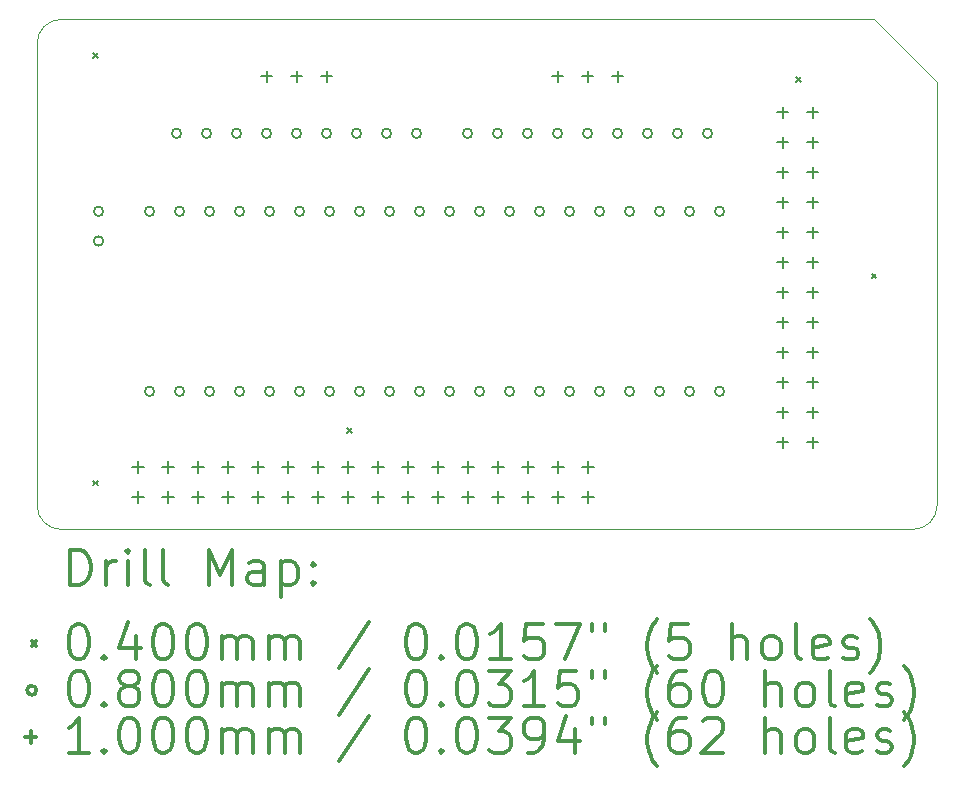
<source format=gbr>
%FSLAX45Y45*%
G04 Gerber Fmt 4.5, Leading zero omitted, Abs format (unit mm)*
G04 Created by KiCad (PCBNEW (5.1.12-1-10_14)) date 2021-12-06 13:14:14*
%MOMM*%
%LPD*%
G01*
G04 APERTURE LIST*
%TA.AperFunction,Profile*%
%ADD10C,0.050000*%
%TD*%
%TA.AperFunction,Profile*%
%ADD11C,0.100000*%
%TD*%
%ADD12C,0.200000*%
%ADD13C,0.300000*%
G04 APERTURE END LIST*
D10*
X11137900Y-9423400D02*
G75*
G02*
X11341100Y-9220200I203200J0D01*
G01*
X11341100Y-13538200D02*
G75*
G02*
X11137900Y-13335000I0J203200D01*
G01*
X18757900Y-13335000D02*
G75*
G02*
X18554700Y-13538200I-203200J0D01*
G01*
X18757900Y-9753600D02*
X18224500Y-9220200D01*
D11*
X18757900Y-9753600D02*
X18757900Y-13335000D01*
X11341100Y-9220200D02*
X18224500Y-9220200D01*
X11137900Y-13335000D02*
X11137900Y-9423400D01*
X18554700Y-13538200D02*
X11341100Y-13538200D01*
D12*
X11613200Y-9505000D02*
X11653200Y-9545000D01*
X11653200Y-9505000D02*
X11613200Y-9545000D01*
X11613200Y-13124500D02*
X11653200Y-13164500D01*
X11653200Y-13124500D02*
X11613200Y-13164500D01*
X13765150Y-12680020D02*
X13805150Y-12720020D01*
X13805150Y-12680020D02*
X13765150Y-12720020D01*
X17563200Y-9708200D02*
X17603200Y-9748200D01*
X17603200Y-9708200D02*
X17563200Y-9748200D01*
X18204500Y-11371900D02*
X18244500Y-11411900D01*
X18244500Y-11371900D02*
X18204500Y-11411900D01*
X11698600Y-10845800D02*
G75*
G03*
X11698600Y-10845800I-40000J0D01*
G01*
X11698600Y-11095800D02*
G75*
G03*
X11698600Y-11095800I-40000J0D01*
G01*
X12130400Y-10845800D02*
G75*
G03*
X12130400Y-10845800I-40000J0D01*
G01*
X12130400Y-12369800D02*
G75*
G03*
X12130400Y-12369800I-40000J0D01*
G01*
X12359000Y-10185400D02*
G75*
G03*
X12359000Y-10185400I-40000J0D01*
G01*
X12384400Y-10845800D02*
G75*
G03*
X12384400Y-10845800I-40000J0D01*
G01*
X12384400Y-12369800D02*
G75*
G03*
X12384400Y-12369800I-40000J0D01*
G01*
X12613000Y-10185400D02*
G75*
G03*
X12613000Y-10185400I-40000J0D01*
G01*
X12638400Y-10845800D02*
G75*
G03*
X12638400Y-10845800I-40000J0D01*
G01*
X12638400Y-12369800D02*
G75*
G03*
X12638400Y-12369800I-40000J0D01*
G01*
X12867000Y-10185400D02*
G75*
G03*
X12867000Y-10185400I-40000J0D01*
G01*
X12892400Y-10845800D02*
G75*
G03*
X12892400Y-10845800I-40000J0D01*
G01*
X12892400Y-12369800D02*
G75*
G03*
X12892400Y-12369800I-40000J0D01*
G01*
X13121000Y-10185400D02*
G75*
G03*
X13121000Y-10185400I-40000J0D01*
G01*
X13146400Y-10845800D02*
G75*
G03*
X13146400Y-10845800I-40000J0D01*
G01*
X13146400Y-12369800D02*
G75*
G03*
X13146400Y-12369800I-40000J0D01*
G01*
X13375000Y-10185400D02*
G75*
G03*
X13375000Y-10185400I-40000J0D01*
G01*
X13400400Y-10845800D02*
G75*
G03*
X13400400Y-10845800I-40000J0D01*
G01*
X13400400Y-12369800D02*
G75*
G03*
X13400400Y-12369800I-40000J0D01*
G01*
X13629000Y-10185400D02*
G75*
G03*
X13629000Y-10185400I-40000J0D01*
G01*
X13654400Y-10845800D02*
G75*
G03*
X13654400Y-10845800I-40000J0D01*
G01*
X13654400Y-12369800D02*
G75*
G03*
X13654400Y-12369800I-40000J0D01*
G01*
X13883000Y-10185400D02*
G75*
G03*
X13883000Y-10185400I-40000J0D01*
G01*
X13908400Y-10845800D02*
G75*
G03*
X13908400Y-10845800I-40000J0D01*
G01*
X13908400Y-12369800D02*
G75*
G03*
X13908400Y-12369800I-40000J0D01*
G01*
X14137000Y-10185400D02*
G75*
G03*
X14137000Y-10185400I-40000J0D01*
G01*
X14162400Y-10845800D02*
G75*
G03*
X14162400Y-10845800I-40000J0D01*
G01*
X14162400Y-12369800D02*
G75*
G03*
X14162400Y-12369800I-40000J0D01*
G01*
X14391000Y-10185400D02*
G75*
G03*
X14391000Y-10185400I-40000J0D01*
G01*
X14416400Y-10845800D02*
G75*
G03*
X14416400Y-10845800I-40000J0D01*
G01*
X14416400Y-12369800D02*
G75*
G03*
X14416400Y-12369800I-40000J0D01*
G01*
X14670400Y-10845800D02*
G75*
G03*
X14670400Y-10845800I-40000J0D01*
G01*
X14670400Y-12369800D02*
G75*
G03*
X14670400Y-12369800I-40000J0D01*
G01*
X14822800Y-10185400D02*
G75*
G03*
X14822800Y-10185400I-40000J0D01*
G01*
X14924400Y-10845800D02*
G75*
G03*
X14924400Y-10845800I-40000J0D01*
G01*
X14924400Y-12369800D02*
G75*
G03*
X14924400Y-12369800I-40000J0D01*
G01*
X15076800Y-10185400D02*
G75*
G03*
X15076800Y-10185400I-40000J0D01*
G01*
X15178400Y-10845800D02*
G75*
G03*
X15178400Y-10845800I-40000J0D01*
G01*
X15178400Y-12369800D02*
G75*
G03*
X15178400Y-12369800I-40000J0D01*
G01*
X15330800Y-10185400D02*
G75*
G03*
X15330800Y-10185400I-40000J0D01*
G01*
X15432400Y-10845800D02*
G75*
G03*
X15432400Y-10845800I-40000J0D01*
G01*
X15432400Y-12369800D02*
G75*
G03*
X15432400Y-12369800I-40000J0D01*
G01*
X15584800Y-10185400D02*
G75*
G03*
X15584800Y-10185400I-40000J0D01*
G01*
X15686400Y-10845800D02*
G75*
G03*
X15686400Y-10845800I-40000J0D01*
G01*
X15686400Y-12369800D02*
G75*
G03*
X15686400Y-12369800I-40000J0D01*
G01*
X15838800Y-10185400D02*
G75*
G03*
X15838800Y-10185400I-40000J0D01*
G01*
X15940400Y-10845800D02*
G75*
G03*
X15940400Y-10845800I-40000J0D01*
G01*
X15940400Y-12369800D02*
G75*
G03*
X15940400Y-12369800I-40000J0D01*
G01*
X16092800Y-10185400D02*
G75*
G03*
X16092800Y-10185400I-40000J0D01*
G01*
X16194400Y-10845800D02*
G75*
G03*
X16194400Y-10845800I-40000J0D01*
G01*
X16194400Y-12369800D02*
G75*
G03*
X16194400Y-12369800I-40000J0D01*
G01*
X16346800Y-10185400D02*
G75*
G03*
X16346800Y-10185400I-40000J0D01*
G01*
X16448400Y-10845800D02*
G75*
G03*
X16448400Y-10845800I-40000J0D01*
G01*
X16448400Y-12369800D02*
G75*
G03*
X16448400Y-12369800I-40000J0D01*
G01*
X16600800Y-10185400D02*
G75*
G03*
X16600800Y-10185400I-40000J0D01*
G01*
X16702400Y-10845800D02*
G75*
G03*
X16702400Y-10845800I-40000J0D01*
G01*
X16702400Y-12369800D02*
G75*
G03*
X16702400Y-12369800I-40000J0D01*
G01*
X16854800Y-10185400D02*
G75*
G03*
X16854800Y-10185400I-40000J0D01*
G01*
X16956400Y-10845800D02*
G75*
G03*
X16956400Y-10845800I-40000J0D01*
G01*
X16956400Y-12369800D02*
G75*
G03*
X16956400Y-12369800I-40000J0D01*
G01*
X11995200Y-12957300D02*
X11995200Y-13057300D01*
X11945200Y-13007300D02*
X12045200Y-13007300D01*
X11995200Y-13211300D02*
X11995200Y-13311300D01*
X11945200Y-13261300D02*
X12045200Y-13261300D01*
X12249200Y-12957300D02*
X12249200Y-13057300D01*
X12199200Y-13007300D02*
X12299200Y-13007300D01*
X12249200Y-13211300D02*
X12249200Y-13311300D01*
X12199200Y-13261300D02*
X12299200Y-13261300D01*
X12503200Y-12957300D02*
X12503200Y-13057300D01*
X12453200Y-13007300D02*
X12553200Y-13007300D01*
X12503200Y-13211300D02*
X12503200Y-13311300D01*
X12453200Y-13261300D02*
X12553200Y-13261300D01*
X12757200Y-12957300D02*
X12757200Y-13057300D01*
X12707200Y-13007300D02*
X12807200Y-13007300D01*
X12757200Y-13211300D02*
X12757200Y-13311300D01*
X12707200Y-13261300D02*
X12807200Y-13261300D01*
X13011200Y-12957300D02*
X13011200Y-13057300D01*
X12961200Y-13007300D02*
X13061200Y-13007300D01*
X13011200Y-13211300D02*
X13011200Y-13311300D01*
X12961200Y-13261300D02*
X13061200Y-13261300D01*
X13081000Y-9652800D02*
X13081000Y-9752800D01*
X13031000Y-9702800D02*
X13131000Y-9702800D01*
X13265200Y-12957300D02*
X13265200Y-13057300D01*
X13215200Y-13007300D02*
X13315200Y-13007300D01*
X13265200Y-13211300D02*
X13265200Y-13311300D01*
X13215200Y-13261300D02*
X13315200Y-13261300D01*
X13335000Y-9652800D02*
X13335000Y-9752800D01*
X13285000Y-9702800D02*
X13385000Y-9702800D01*
X13519200Y-12957300D02*
X13519200Y-13057300D01*
X13469200Y-13007300D02*
X13569200Y-13007300D01*
X13519200Y-13211300D02*
X13519200Y-13311300D01*
X13469200Y-13261300D02*
X13569200Y-13261300D01*
X13589000Y-9652800D02*
X13589000Y-9752800D01*
X13539000Y-9702800D02*
X13639000Y-9702800D01*
X13773200Y-12957300D02*
X13773200Y-13057300D01*
X13723200Y-13007300D02*
X13823200Y-13007300D01*
X13773200Y-13211300D02*
X13773200Y-13311300D01*
X13723200Y-13261300D02*
X13823200Y-13261300D01*
X14027200Y-12957300D02*
X14027200Y-13057300D01*
X13977200Y-13007300D02*
X14077200Y-13007300D01*
X14027200Y-13211300D02*
X14027200Y-13311300D01*
X13977200Y-13261300D02*
X14077200Y-13261300D01*
X14281200Y-12957300D02*
X14281200Y-13057300D01*
X14231200Y-13007300D02*
X14331200Y-13007300D01*
X14281200Y-13211300D02*
X14281200Y-13311300D01*
X14231200Y-13261300D02*
X14331200Y-13261300D01*
X14535200Y-12957300D02*
X14535200Y-13057300D01*
X14485200Y-13007300D02*
X14585200Y-13007300D01*
X14535200Y-13211300D02*
X14535200Y-13311300D01*
X14485200Y-13261300D02*
X14585200Y-13261300D01*
X14789200Y-12957300D02*
X14789200Y-13057300D01*
X14739200Y-13007300D02*
X14839200Y-13007300D01*
X14789200Y-13211300D02*
X14789200Y-13311300D01*
X14739200Y-13261300D02*
X14839200Y-13261300D01*
X15043200Y-12957300D02*
X15043200Y-13057300D01*
X14993200Y-13007300D02*
X15093200Y-13007300D01*
X15043200Y-13211300D02*
X15043200Y-13311300D01*
X14993200Y-13261300D02*
X15093200Y-13261300D01*
X15297200Y-12957300D02*
X15297200Y-13057300D01*
X15247200Y-13007300D02*
X15347200Y-13007300D01*
X15297200Y-13211300D02*
X15297200Y-13311300D01*
X15247200Y-13261300D02*
X15347200Y-13261300D01*
X15544800Y-9652800D02*
X15544800Y-9752800D01*
X15494800Y-9702800D02*
X15594800Y-9702800D01*
X15551200Y-12957300D02*
X15551200Y-13057300D01*
X15501200Y-13007300D02*
X15601200Y-13007300D01*
X15551200Y-13211300D02*
X15551200Y-13311300D01*
X15501200Y-13261300D02*
X15601200Y-13261300D01*
X15798800Y-9652800D02*
X15798800Y-9752800D01*
X15748800Y-9702800D02*
X15848800Y-9702800D01*
X15805200Y-12957300D02*
X15805200Y-13057300D01*
X15755200Y-13007300D02*
X15855200Y-13007300D01*
X15805200Y-13211300D02*
X15805200Y-13311300D01*
X15755200Y-13261300D02*
X15855200Y-13261300D01*
X16052800Y-9652800D02*
X16052800Y-9752800D01*
X16002800Y-9702800D02*
X16102800Y-9702800D01*
X17449800Y-9957600D02*
X17449800Y-10057600D01*
X17399800Y-10007600D02*
X17499800Y-10007600D01*
X17449800Y-10211600D02*
X17449800Y-10311600D01*
X17399800Y-10261600D02*
X17499800Y-10261600D01*
X17449800Y-10465600D02*
X17449800Y-10565600D01*
X17399800Y-10515600D02*
X17499800Y-10515600D01*
X17449800Y-10719600D02*
X17449800Y-10819600D01*
X17399800Y-10769600D02*
X17499800Y-10769600D01*
X17449800Y-10973600D02*
X17449800Y-11073600D01*
X17399800Y-11023600D02*
X17499800Y-11023600D01*
X17449800Y-11227600D02*
X17449800Y-11327600D01*
X17399800Y-11277600D02*
X17499800Y-11277600D01*
X17449800Y-11481600D02*
X17449800Y-11581600D01*
X17399800Y-11531600D02*
X17499800Y-11531600D01*
X17449800Y-11735600D02*
X17449800Y-11835600D01*
X17399800Y-11785600D02*
X17499800Y-11785600D01*
X17449800Y-11989600D02*
X17449800Y-12089600D01*
X17399800Y-12039600D02*
X17499800Y-12039600D01*
X17449800Y-12243600D02*
X17449800Y-12343600D01*
X17399800Y-12293600D02*
X17499800Y-12293600D01*
X17449800Y-12497600D02*
X17449800Y-12597600D01*
X17399800Y-12547600D02*
X17499800Y-12547600D01*
X17449800Y-12751600D02*
X17449800Y-12851600D01*
X17399800Y-12801600D02*
X17499800Y-12801600D01*
X17703800Y-9957600D02*
X17703800Y-10057600D01*
X17653800Y-10007600D02*
X17753800Y-10007600D01*
X17703800Y-10211600D02*
X17703800Y-10311600D01*
X17653800Y-10261600D02*
X17753800Y-10261600D01*
X17703800Y-10465600D02*
X17703800Y-10565600D01*
X17653800Y-10515600D02*
X17753800Y-10515600D01*
X17703800Y-10719600D02*
X17703800Y-10819600D01*
X17653800Y-10769600D02*
X17753800Y-10769600D01*
X17703800Y-10973600D02*
X17703800Y-11073600D01*
X17653800Y-11023600D02*
X17753800Y-11023600D01*
X17703800Y-11227600D02*
X17703800Y-11327600D01*
X17653800Y-11277600D02*
X17753800Y-11277600D01*
X17703800Y-11481600D02*
X17703800Y-11581600D01*
X17653800Y-11531600D02*
X17753800Y-11531600D01*
X17703800Y-11735600D02*
X17703800Y-11835600D01*
X17653800Y-11785600D02*
X17753800Y-11785600D01*
X17703800Y-11989600D02*
X17703800Y-12089600D01*
X17653800Y-12039600D02*
X17753800Y-12039600D01*
X17703800Y-12243600D02*
X17703800Y-12343600D01*
X17653800Y-12293600D02*
X17753800Y-12293600D01*
X17703800Y-12497600D02*
X17703800Y-12597600D01*
X17653800Y-12547600D02*
X17753800Y-12547600D01*
X17703800Y-12751600D02*
X17703800Y-12851600D01*
X17653800Y-12801600D02*
X17753800Y-12801600D01*
D13*
X11419328Y-14008914D02*
X11419328Y-13708914D01*
X11490757Y-13708914D01*
X11533614Y-13723200D01*
X11562186Y-13751771D01*
X11576471Y-13780343D01*
X11590757Y-13837486D01*
X11590757Y-13880343D01*
X11576471Y-13937486D01*
X11562186Y-13966057D01*
X11533614Y-13994629D01*
X11490757Y-14008914D01*
X11419328Y-14008914D01*
X11719328Y-14008914D02*
X11719328Y-13808914D01*
X11719328Y-13866057D02*
X11733614Y-13837486D01*
X11747900Y-13823200D01*
X11776471Y-13808914D01*
X11805043Y-13808914D01*
X11905043Y-14008914D02*
X11905043Y-13808914D01*
X11905043Y-13708914D02*
X11890757Y-13723200D01*
X11905043Y-13737486D01*
X11919328Y-13723200D01*
X11905043Y-13708914D01*
X11905043Y-13737486D01*
X12090757Y-14008914D02*
X12062186Y-13994629D01*
X12047900Y-13966057D01*
X12047900Y-13708914D01*
X12247900Y-14008914D02*
X12219328Y-13994629D01*
X12205043Y-13966057D01*
X12205043Y-13708914D01*
X12590757Y-14008914D02*
X12590757Y-13708914D01*
X12690757Y-13923200D01*
X12790757Y-13708914D01*
X12790757Y-14008914D01*
X13062186Y-14008914D02*
X13062186Y-13851771D01*
X13047900Y-13823200D01*
X13019328Y-13808914D01*
X12962186Y-13808914D01*
X12933614Y-13823200D01*
X13062186Y-13994629D02*
X13033614Y-14008914D01*
X12962186Y-14008914D01*
X12933614Y-13994629D01*
X12919328Y-13966057D01*
X12919328Y-13937486D01*
X12933614Y-13908914D01*
X12962186Y-13894629D01*
X13033614Y-13894629D01*
X13062186Y-13880343D01*
X13205043Y-13808914D02*
X13205043Y-14108914D01*
X13205043Y-13823200D02*
X13233614Y-13808914D01*
X13290757Y-13808914D01*
X13319328Y-13823200D01*
X13333614Y-13837486D01*
X13347900Y-13866057D01*
X13347900Y-13951771D01*
X13333614Y-13980343D01*
X13319328Y-13994629D01*
X13290757Y-14008914D01*
X13233614Y-14008914D01*
X13205043Y-13994629D01*
X13476471Y-13980343D02*
X13490757Y-13994629D01*
X13476471Y-14008914D01*
X13462186Y-13994629D01*
X13476471Y-13980343D01*
X13476471Y-14008914D01*
X13476471Y-13823200D02*
X13490757Y-13837486D01*
X13476471Y-13851771D01*
X13462186Y-13837486D01*
X13476471Y-13823200D01*
X13476471Y-13851771D01*
X11092900Y-14483200D02*
X11132900Y-14523200D01*
X11132900Y-14483200D02*
X11092900Y-14523200D01*
X11476471Y-14338914D02*
X11505043Y-14338914D01*
X11533614Y-14353200D01*
X11547900Y-14367486D01*
X11562186Y-14396057D01*
X11576471Y-14453200D01*
X11576471Y-14524629D01*
X11562186Y-14581771D01*
X11547900Y-14610343D01*
X11533614Y-14624629D01*
X11505043Y-14638914D01*
X11476471Y-14638914D01*
X11447900Y-14624629D01*
X11433614Y-14610343D01*
X11419328Y-14581771D01*
X11405043Y-14524629D01*
X11405043Y-14453200D01*
X11419328Y-14396057D01*
X11433614Y-14367486D01*
X11447900Y-14353200D01*
X11476471Y-14338914D01*
X11705043Y-14610343D02*
X11719328Y-14624629D01*
X11705043Y-14638914D01*
X11690757Y-14624629D01*
X11705043Y-14610343D01*
X11705043Y-14638914D01*
X11976471Y-14438914D02*
X11976471Y-14638914D01*
X11905043Y-14324629D02*
X11833614Y-14538914D01*
X12019328Y-14538914D01*
X12190757Y-14338914D02*
X12219328Y-14338914D01*
X12247900Y-14353200D01*
X12262186Y-14367486D01*
X12276471Y-14396057D01*
X12290757Y-14453200D01*
X12290757Y-14524629D01*
X12276471Y-14581771D01*
X12262186Y-14610343D01*
X12247900Y-14624629D01*
X12219328Y-14638914D01*
X12190757Y-14638914D01*
X12162186Y-14624629D01*
X12147900Y-14610343D01*
X12133614Y-14581771D01*
X12119328Y-14524629D01*
X12119328Y-14453200D01*
X12133614Y-14396057D01*
X12147900Y-14367486D01*
X12162186Y-14353200D01*
X12190757Y-14338914D01*
X12476471Y-14338914D02*
X12505043Y-14338914D01*
X12533614Y-14353200D01*
X12547900Y-14367486D01*
X12562186Y-14396057D01*
X12576471Y-14453200D01*
X12576471Y-14524629D01*
X12562186Y-14581771D01*
X12547900Y-14610343D01*
X12533614Y-14624629D01*
X12505043Y-14638914D01*
X12476471Y-14638914D01*
X12447900Y-14624629D01*
X12433614Y-14610343D01*
X12419328Y-14581771D01*
X12405043Y-14524629D01*
X12405043Y-14453200D01*
X12419328Y-14396057D01*
X12433614Y-14367486D01*
X12447900Y-14353200D01*
X12476471Y-14338914D01*
X12705043Y-14638914D02*
X12705043Y-14438914D01*
X12705043Y-14467486D02*
X12719328Y-14453200D01*
X12747900Y-14438914D01*
X12790757Y-14438914D01*
X12819328Y-14453200D01*
X12833614Y-14481771D01*
X12833614Y-14638914D01*
X12833614Y-14481771D02*
X12847900Y-14453200D01*
X12876471Y-14438914D01*
X12919328Y-14438914D01*
X12947900Y-14453200D01*
X12962186Y-14481771D01*
X12962186Y-14638914D01*
X13105043Y-14638914D02*
X13105043Y-14438914D01*
X13105043Y-14467486D02*
X13119328Y-14453200D01*
X13147900Y-14438914D01*
X13190757Y-14438914D01*
X13219328Y-14453200D01*
X13233614Y-14481771D01*
X13233614Y-14638914D01*
X13233614Y-14481771D02*
X13247900Y-14453200D01*
X13276471Y-14438914D01*
X13319328Y-14438914D01*
X13347900Y-14453200D01*
X13362186Y-14481771D01*
X13362186Y-14638914D01*
X13947900Y-14324629D02*
X13690757Y-14710343D01*
X14333614Y-14338914D02*
X14362186Y-14338914D01*
X14390757Y-14353200D01*
X14405043Y-14367486D01*
X14419328Y-14396057D01*
X14433614Y-14453200D01*
X14433614Y-14524629D01*
X14419328Y-14581771D01*
X14405043Y-14610343D01*
X14390757Y-14624629D01*
X14362186Y-14638914D01*
X14333614Y-14638914D01*
X14305043Y-14624629D01*
X14290757Y-14610343D01*
X14276471Y-14581771D01*
X14262186Y-14524629D01*
X14262186Y-14453200D01*
X14276471Y-14396057D01*
X14290757Y-14367486D01*
X14305043Y-14353200D01*
X14333614Y-14338914D01*
X14562186Y-14610343D02*
X14576471Y-14624629D01*
X14562186Y-14638914D01*
X14547900Y-14624629D01*
X14562186Y-14610343D01*
X14562186Y-14638914D01*
X14762186Y-14338914D02*
X14790757Y-14338914D01*
X14819328Y-14353200D01*
X14833614Y-14367486D01*
X14847900Y-14396057D01*
X14862186Y-14453200D01*
X14862186Y-14524629D01*
X14847900Y-14581771D01*
X14833614Y-14610343D01*
X14819328Y-14624629D01*
X14790757Y-14638914D01*
X14762186Y-14638914D01*
X14733614Y-14624629D01*
X14719328Y-14610343D01*
X14705043Y-14581771D01*
X14690757Y-14524629D01*
X14690757Y-14453200D01*
X14705043Y-14396057D01*
X14719328Y-14367486D01*
X14733614Y-14353200D01*
X14762186Y-14338914D01*
X15147900Y-14638914D02*
X14976471Y-14638914D01*
X15062186Y-14638914D02*
X15062186Y-14338914D01*
X15033614Y-14381771D01*
X15005043Y-14410343D01*
X14976471Y-14424629D01*
X15419328Y-14338914D02*
X15276471Y-14338914D01*
X15262186Y-14481771D01*
X15276471Y-14467486D01*
X15305043Y-14453200D01*
X15376471Y-14453200D01*
X15405043Y-14467486D01*
X15419328Y-14481771D01*
X15433614Y-14510343D01*
X15433614Y-14581771D01*
X15419328Y-14610343D01*
X15405043Y-14624629D01*
X15376471Y-14638914D01*
X15305043Y-14638914D01*
X15276471Y-14624629D01*
X15262186Y-14610343D01*
X15533614Y-14338914D02*
X15733614Y-14338914D01*
X15605043Y-14638914D01*
X15833614Y-14338914D02*
X15833614Y-14396057D01*
X15947900Y-14338914D02*
X15947900Y-14396057D01*
X16390757Y-14753200D02*
X16376471Y-14738914D01*
X16347900Y-14696057D01*
X16333614Y-14667486D01*
X16319328Y-14624629D01*
X16305043Y-14553200D01*
X16305043Y-14496057D01*
X16319328Y-14424629D01*
X16333614Y-14381771D01*
X16347900Y-14353200D01*
X16376471Y-14310343D01*
X16390757Y-14296057D01*
X16647900Y-14338914D02*
X16505043Y-14338914D01*
X16490757Y-14481771D01*
X16505043Y-14467486D01*
X16533614Y-14453200D01*
X16605043Y-14453200D01*
X16633614Y-14467486D01*
X16647900Y-14481771D01*
X16662186Y-14510343D01*
X16662186Y-14581771D01*
X16647900Y-14610343D01*
X16633614Y-14624629D01*
X16605043Y-14638914D01*
X16533614Y-14638914D01*
X16505043Y-14624629D01*
X16490757Y-14610343D01*
X17019328Y-14638914D02*
X17019328Y-14338914D01*
X17147900Y-14638914D02*
X17147900Y-14481771D01*
X17133614Y-14453200D01*
X17105043Y-14438914D01*
X17062186Y-14438914D01*
X17033614Y-14453200D01*
X17019328Y-14467486D01*
X17333614Y-14638914D02*
X17305043Y-14624629D01*
X17290757Y-14610343D01*
X17276471Y-14581771D01*
X17276471Y-14496057D01*
X17290757Y-14467486D01*
X17305043Y-14453200D01*
X17333614Y-14438914D01*
X17376471Y-14438914D01*
X17405043Y-14453200D01*
X17419328Y-14467486D01*
X17433614Y-14496057D01*
X17433614Y-14581771D01*
X17419328Y-14610343D01*
X17405043Y-14624629D01*
X17376471Y-14638914D01*
X17333614Y-14638914D01*
X17605043Y-14638914D02*
X17576471Y-14624629D01*
X17562186Y-14596057D01*
X17562186Y-14338914D01*
X17833614Y-14624629D02*
X17805043Y-14638914D01*
X17747900Y-14638914D01*
X17719328Y-14624629D01*
X17705043Y-14596057D01*
X17705043Y-14481771D01*
X17719328Y-14453200D01*
X17747900Y-14438914D01*
X17805043Y-14438914D01*
X17833614Y-14453200D01*
X17847900Y-14481771D01*
X17847900Y-14510343D01*
X17705043Y-14538914D01*
X17962186Y-14624629D02*
X17990757Y-14638914D01*
X18047900Y-14638914D01*
X18076471Y-14624629D01*
X18090757Y-14596057D01*
X18090757Y-14581771D01*
X18076471Y-14553200D01*
X18047900Y-14538914D01*
X18005043Y-14538914D01*
X17976471Y-14524629D01*
X17962186Y-14496057D01*
X17962186Y-14481771D01*
X17976471Y-14453200D01*
X18005043Y-14438914D01*
X18047900Y-14438914D01*
X18076471Y-14453200D01*
X18190757Y-14753200D02*
X18205043Y-14738914D01*
X18233614Y-14696057D01*
X18247900Y-14667486D01*
X18262186Y-14624629D01*
X18276471Y-14553200D01*
X18276471Y-14496057D01*
X18262186Y-14424629D01*
X18247900Y-14381771D01*
X18233614Y-14353200D01*
X18205043Y-14310343D01*
X18190757Y-14296057D01*
X11132900Y-14899200D02*
G75*
G03*
X11132900Y-14899200I-40000J0D01*
G01*
X11476471Y-14734914D02*
X11505043Y-14734914D01*
X11533614Y-14749200D01*
X11547900Y-14763486D01*
X11562186Y-14792057D01*
X11576471Y-14849200D01*
X11576471Y-14920629D01*
X11562186Y-14977771D01*
X11547900Y-15006343D01*
X11533614Y-15020629D01*
X11505043Y-15034914D01*
X11476471Y-15034914D01*
X11447900Y-15020629D01*
X11433614Y-15006343D01*
X11419328Y-14977771D01*
X11405043Y-14920629D01*
X11405043Y-14849200D01*
X11419328Y-14792057D01*
X11433614Y-14763486D01*
X11447900Y-14749200D01*
X11476471Y-14734914D01*
X11705043Y-15006343D02*
X11719328Y-15020629D01*
X11705043Y-15034914D01*
X11690757Y-15020629D01*
X11705043Y-15006343D01*
X11705043Y-15034914D01*
X11890757Y-14863486D02*
X11862186Y-14849200D01*
X11847900Y-14834914D01*
X11833614Y-14806343D01*
X11833614Y-14792057D01*
X11847900Y-14763486D01*
X11862186Y-14749200D01*
X11890757Y-14734914D01*
X11947900Y-14734914D01*
X11976471Y-14749200D01*
X11990757Y-14763486D01*
X12005043Y-14792057D01*
X12005043Y-14806343D01*
X11990757Y-14834914D01*
X11976471Y-14849200D01*
X11947900Y-14863486D01*
X11890757Y-14863486D01*
X11862186Y-14877771D01*
X11847900Y-14892057D01*
X11833614Y-14920629D01*
X11833614Y-14977771D01*
X11847900Y-15006343D01*
X11862186Y-15020629D01*
X11890757Y-15034914D01*
X11947900Y-15034914D01*
X11976471Y-15020629D01*
X11990757Y-15006343D01*
X12005043Y-14977771D01*
X12005043Y-14920629D01*
X11990757Y-14892057D01*
X11976471Y-14877771D01*
X11947900Y-14863486D01*
X12190757Y-14734914D02*
X12219328Y-14734914D01*
X12247900Y-14749200D01*
X12262186Y-14763486D01*
X12276471Y-14792057D01*
X12290757Y-14849200D01*
X12290757Y-14920629D01*
X12276471Y-14977771D01*
X12262186Y-15006343D01*
X12247900Y-15020629D01*
X12219328Y-15034914D01*
X12190757Y-15034914D01*
X12162186Y-15020629D01*
X12147900Y-15006343D01*
X12133614Y-14977771D01*
X12119328Y-14920629D01*
X12119328Y-14849200D01*
X12133614Y-14792057D01*
X12147900Y-14763486D01*
X12162186Y-14749200D01*
X12190757Y-14734914D01*
X12476471Y-14734914D02*
X12505043Y-14734914D01*
X12533614Y-14749200D01*
X12547900Y-14763486D01*
X12562186Y-14792057D01*
X12576471Y-14849200D01*
X12576471Y-14920629D01*
X12562186Y-14977771D01*
X12547900Y-15006343D01*
X12533614Y-15020629D01*
X12505043Y-15034914D01*
X12476471Y-15034914D01*
X12447900Y-15020629D01*
X12433614Y-15006343D01*
X12419328Y-14977771D01*
X12405043Y-14920629D01*
X12405043Y-14849200D01*
X12419328Y-14792057D01*
X12433614Y-14763486D01*
X12447900Y-14749200D01*
X12476471Y-14734914D01*
X12705043Y-15034914D02*
X12705043Y-14834914D01*
X12705043Y-14863486D02*
X12719328Y-14849200D01*
X12747900Y-14834914D01*
X12790757Y-14834914D01*
X12819328Y-14849200D01*
X12833614Y-14877771D01*
X12833614Y-15034914D01*
X12833614Y-14877771D02*
X12847900Y-14849200D01*
X12876471Y-14834914D01*
X12919328Y-14834914D01*
X12947900Y-14849200D01*
X12962186Y-14877771D01*
X12962186Y-15034914D01*
X13105043Y-15034914D02*
X13105043Y-14834914D01*
X13105043Y-14863486D02*
X13119328Y-14849200D01*
X13147900Y-14834914D01*
X13190757Y-14834914D01*
X13219328Y-14849200D01*
X13233614Y-14877771D01*
X13233614Y-15034914D01*
X13233614Y-14877771D02*
X13247900Y-14849200D01*
X13276471Y-14834914D01*
X13319328Y-14834914D01*
X13347900Y-14849200D01*
X13362186Y-14877771D01*
X13362186Y-15034914D01*
X13947900Y-14720629D02*
X13690757Y-15106343D01*
X14333614Y-14734914D02*
X14362186Y-14734914D01*
X14390757Y-14749200D01*
X14405043Y-14763486D01*
X14419328Y-14792057D01*
X14433614Y-14849200D01*
X14433614Y-14920629D01*
X14419328Y-14977771D01*
X14405043Y-15006343D01*
X14390757Y-15020629D01*
X14362186Y-15034914D01*
X14333614Y-15034914D01*
X14305043Y-15020629D01*
X14290757Y-15006343D01*
X14276471Y-14977771D01*
X14262186Y-14920629D01*
X14262186Y-14849200D01*
X14276471Y-14792057D01*
X14290757Y-14763486D01*
X14305043Y-14749200D01*
X14333614Y-14734914D01*
X14562186Y-15006343D02*
X14576471Y-15020629D01*
X14562186Y-15034914D01*
X14547900Y-15020629D01*
X14562186Y-15006343D01*
X14562186Y-15034914D01*
X14762186Y-14734914D02*
X14790757Y-14734914D01*
X14819328Y-14749200D01*
X14833614Y-14763486D01*
X14847900Y-14792057D01*
X14862186Y-14849200D01*
X14862186Y-14920629D01*
X14847900Y-14977771D01*
X14833614Y-15006343D01*
X14819328Y-15020629D01*
X14790757Y-15034914D01*
X14762186Y-15034914D01*
X14733614Y-15020629D01*
X14719328Y-15006343D01*
X14705043Y-14977771D01*
X14690757Y-14920629D01*
X14690757Y-14849200D01*
X14705043Y-14792057D01*
X14719328Y-14763486D01*
X14733614Y-14749200D01*
X14762186Y-14734914D01*
X14962186Y-14734914D02*
X15147900Y-14734914D01*
X15047900Y-14849200D01*
X15090757Y-14849200D01*
X15119328Y-14863486D01*
X15133614Y-14877771D01*
X15147900Y-14906343D01*
X15147900Y-14977771D01*
X15133614Y-15006343D01*
X15119328Y-15020629D01*
X15090757Y-15034914D01*
X15005043Y-15034914D01*
X14976471Y-15020629D01*
X14962186Y-15006343D01*
X15433614Y-15034914D02*
X15262186Y-15034914D01*
X15347900Y-15034914D02*
X15347900Y-14734914D01*
X15319328Y-14777771D01*
X15290757Y-14806343D01*
X15262186Y-14820629D01*
X15705043Y-14734914D02*
X15562186Y-14734914D01*
X15547900Y-14877771D01*
X15562186Y-14863486D01*
X15590757Y-14849200D01*
X15662186Y-14849200D01*
X15690757Y-14863486D01*
X15705043Y-14877771D01*
X15719328Y-14906343D01*
X15719328Y-14977771D01*
X15705043Y-15006343D01*
X15690757Y-15020629D01*
X15662186Y-15034914D01*
X15590757Y-15034914D01*
X15562186Y-15020629D01*
X15547900Y-15006343D01*
X15833614Y-14734914D02*
X15833614Y-14792057D01*
X15947900Y-14734914D02*
X15947900Y-14792057D01*
X16390757Y-15149200D02*
X16376471Y-15134914D01*
X16347900Y-15092057D01*
X16333614Y-15063486D01*
X16319328Y-15020629D01*
X16305043Y-14949200D01*
X16305043Y-14892057D01*
X16319328Y-14820629D01*
X16333614Y-14777771D01*
X16347900Y-14749200D01*
X16376471Y-14706343D01*
X16390757Y-14692057D01*
X16633614Y-14734914D02*
X16576471Y-14734914D01*
X16547900Y-14749200D01*
X16533614Y-14763486D01*
X16505043Y-14806343D01*
X16490757Y-14863486D01*
X16490757Y-14977771D01*
X16505043Y-15006343D01*
X16519328Y-15020629D01*
X16547900Y-15034914D01*
X16605043Y-15034914D01*
X16633614Y-15020629D01*
X16647900Y-15006343D01*
X16662186Y-14977771D01*
X16662186Y-14906343D01*
X16647900Y-14877771D01*
X16633614Y-14863486D01*
X16605043Y-14849200D01*
X16547900Y-14849200D01*
X16519328Y-14863486D01*
X16505043Y-14877771D01*
X16490757Y-14906343D01*
X16847900Y-14734914D02*
X16876471Y-14734914D01*
X16905043Y-14749200D01*
X16919328Y-14763486D01*
X16933614Y-14792057D01*
X16947900Y-14849200D01*
X16947900Y-14920629D01*
X16933614Y-14977771D01*
X16919328Y-15006343D01*
X16905043Y-15020629D01*
X16876471Y-15034914D01*
X16847900Y-15034914D01*
X16819328Y-15020629D01*
X16805043Y-15006343D01*
X16790757Y-14977771D01*
X16776471Y-14920629D01*
X16776471Y-14849200D01*
X16790757Y-14792057D01*
X16805043Y-14763486D01*
X16819328Y-14749200D01*
X16847900Y-14734914D01*
X17305043Y-15034914D02*
X17305043Y-14734914D01*
X17433614Y-15034914D02*
X17433614Y-14877771D01*
X17419328Y-14849200D01*
X17390757Y-14834914D01*
X17347900Y-14834914D01*
X17319328Y-14849200D01*
X17305043Y-14863486D01*
X17619328Y-15034914D02*
X17590757Y-15020629D01*
X17576471Y-15006343D01*
X17562186Y-14977771D01*
X17562186Y-14892057D01*
X17576471Y-14863486D01*
X17590757Y-14849200D01*
X17619328Y-14834914D01*
X17662186Y-14834914D01*
X17690757Y-14849200D01*
X17705043Y-14863486D01*
X17719328Y-14892057D01*
X17719328Y-14977771D01*
X17705043Y-15006343D01*
X17690757Y-15020629D01*
X17662186Y-15034914D01*
X17619328Y-15034914D01*
X17890757Y-15034914D02*
X17862186Y-15020629D01*
X17847900Y-14992057D01*
X17847900Y-14734914D01*
X18119328Y-15020629D02*
X18090757Y-15034914D01*
X18033614Y-15034914D01*
X18005043Y-15020629D01*
X17990757Y-14992057D01*
X17990757Y-14877771D01*
X18005043Y-14849200D01*
X18033614Y-14834914D01*
X18090757Y-14834914D01*
X18119328Y-14849200D01*
X18133614Y-14877771D01*
X18133614Y-14906343D01*
X17990757Y-14934914D01*
X18247900Y-15020629D02*
X18276471Y-15034914D01*
X18333614Y-15034914D01*
X18362186Y-15020629D01*
X18376471Y-14992057D01*
X18376471Y-14977771D01*
X18362186Y-14949200D01*
X18333614Y-14934914D01*
X18290757Y-14934914D01*
X18262186Y-14920629D01*
X18247900Y-14892057D01*
X18247900Y-14877771D01*
X18262186Y-14849200D01*
X18290757Y-14834914D01*
X18333614Y-14834914D01*
X18362186Y-14849200D01*
X18476471Y-15149200D02*
X18490757Y-15134914D01*
X18519328Y-15092057D01*
X18533614Y-15063486D01*
X18547900Y-15020629D01*
X18562186Y-14949200D01*
X18562186Y-14892057D01*
X18547900Y-14820629D01*
X18533614Y-14777771D01*
X18519328Y-14749200D01*
X18490757Y-14706343D01*
X18476471Y-14692057D01*
X11082900Y-15245200D02*
X11082900Y-15345200D01*
X11032900Y-15295200D02*
X11132900Y-15295200D01*
X11576471Y-15430914D02*
X11405043Y-15430914D01*
X11490757Y-15430914D02*
X11490757Y-15130914D01*
X11462186Y-15173771D01*
X11433614Y-15202343D01*
X11405043Y-15216629D01*
X11705043Y-15402343D02*
X11719328Y-15416629D01*
X11705043Y-15430914D01*
X11690757Y-15416629D01*
X11705043Y-15402343D01*
X11705043Y-15430914D01*
X11905043Y-15130914D02*
X11933614Y-15130914D01*
X11962186Y-15145200D01*
X11976471Y-15159486D01*
X11990757Y-15188057D01*
X12005043Y-15245200D01*
X12005043Y-15316629D01*
X11990757Y-15373771D01*
X11976471Y-15402343D01*
X11962186Y-15416629D01*
X11933614Y-15430914D01*
X11905043Y-15430914D01*
X11876471Y-15416629D01*
X11862186Y-15402343D01*
X11847900Y-15373771D01*
X11833614Y-15316629D01*
X11833614Y-15245200D01*
X11847900Y-15188057D01*
X11862186Y-15159486D01*
X11876471Y-15145200D01*
X11905043Y-15130914D01*
X12190757Y-15130914D02*
X12219328Y-15130914D01*
X12247900Y-15145200D01*
X12262186Y-15159486D01*
X12276471Y-15188057D01*
X12290757Y-15245200D01*
X12290757Y-15316629D01*
X12276471Y-15373771D01*
X12262186Y-15402343D01*
X12247900Y-15416629D01*
X12219328Y-15430914D01*
X12190757Y-15430914D01*
X12162186Y-15416629D01*
X12147900Y-15402343D01*
X12133614Y-15373771D01*
X12119328Y-15316629D01*
X12119328Y-15245200D01*
X12133614Y-15188057D01*
X12147900Y-15159486D01*
X12162186Y-15145200D01*
X12190757Y-15130914D01*
X12476471Y-15130914D02*
X12505043Y-15130914D01*
X12533614Y-15145200D01*
X12547900Y-15159486D01*
X12562186Y-15188057D01*
X12576471Y-15245200D01*
X12576471Y-15316629D01*
X12562186Y-15373771D01*
X12547900Y-15402343D01*
X12533614Y-15416629D01*
X12505043Y-15430914D01*
X12476471Y-15430914D01*
X12447900Y-15416629D01*
X12433614Y-15402343D01*
X12419328Y-15373771D01*
X12405043Y-15316629D01*
X12405043Y-15245200D01*
X12419328Y-15188057D01*
X12433614Y-15159486D01*
X12447900Y-15145200D01*
X12476471Y-15130914D01*
X12705043Y-15430914D02*
X12705043Y-15230914D01*
X12705043Y-15259486D02*
X12719328Y-15245200D01*
X12747900Y-15230914D01*
X12790757Y-15230914D01*
X12819328Y-15245200D01*
X12833614Y-15273771D01*
X12833614Y-15430914D01*
X12833614Y-15273771D02*
X12847900Y-15245200D01*
X12876471Y-15230914D01*
X12919328Y-15230914D01*
X12947900Y-15245200D01*
X12962186Y-15273771D01*
X12962186Y-15430914D01*
X13105043Y-15430914D02*
X13105043Y-15230914D01*
X13105043Y-15259486D02*
X13119328Y-15245200D01*
X13147900Y-15230914D01*
X13190757Y-15230914D01*
X13219328Y-15245200D01*
X13233614Y-15273771D01*
X13233614Y-15430914D01*
X13233614Y-15273771D02*
X13247900Y-15245200D01*
X13276471Y-15230914D01*
X13319328Y-15230914D01*
X13347900Y-15245200D01*
X13362186Y-15273771D01*
X13362186Y-15430914D01*
X13947900Y-15116629D02*
X13690757Y-15502343D01*
X14333614Y-15130914D02*
X14362186Y-15130914D01*
X14390757Y-15145200D01*
X14405043Y-15159486D01*
X14419328Y-15188057D01*
X14433614Y-15245200D01*
X14433614Y-15316629D01*
X14419328Y-15373771D01*
X14405043Y-15402343D01*
X14390757Y-15416629D01*
X14362186Y-15430914D01*
X14333614Y-15430914D01*
X14305043Y-15416629D01*
X14290757Y-15402343D01*
X14276471Y-15373771D01*
X14262186Y-15316629D01*
X14262186Y-15245200D01*
X14276471Y-15188057D01*
X14290757Y-15159486D01*
X14305043Y-15145200D01*
X14333614Y-15130914D01*
X14562186Y-15402343D02*
X14576471Y-15416629D01*
X14562186Y-15430914D01*
X14547900Y-15416629D01*
X14562186Y-15402343D01*
X14562186Y-15430914D01*
X14762186Y-15130914D02*
X14790757Y-15130914D01*
X14819328Y-15145200D01*
X14833614Y-15159486D01*
X14847900Y-15188057D01*
X14862186Y-15245200D01*
X14862186Y-15316629D01*
X14847900Y-15373771D01*
X14833614Y-15402343D01*
X14819328Y-15416629D01*
X14790757Y-15430914D01*
X14762186Y-15430914D01*
X14733614Y-15416629D01*
X14719328Y-15402343D01*
X14705043Y-15373771D01*
X14690757Y-15316629D01*
X14690757Y-15245200D01*
X14705043Y-15188057D01*
X14719328Y-15159486D01*
X14733614Y-15145200D01*
X14762186Y-15130914D01*
X14962186Y-15130914D02*
X15147900Y-15130914D01*
X15047900Y-15245200D01*
X15090757Y-15245200D01*
X15119328Y-15259486D01*
X15133614Y-15273771D01*
X15147900Y-15302343D01*
X15147900Y-15373771D01*
X15133614Y-15402343D01*
X15119328Y-15416629D01*
X15090757Y-15430914D01*
X15005043Y-15430914D01*
X14976471Y-15416629D01*
X14962186Y-15402343D01*
X15290757Y-15430914D02*
X15347900Y-15430914D01*
X15376471Y-15416629D01*
X15390757Y-15402343D01*
X15419328Y-15359486D01*
X15433614Y-15302343D01*
X15433614Y-15188057D01*
X15419328Y-15159486D01*
X15405043Y-15145200D01*
X15376471Y-15130914D01*
X15319328Y-15130914D01*
X15290757Y-15145200D01*
X15276471Y-15159486D01*
X15262186Y-15188057D01*
X15262186Y-15259486D01*
X15276471Y-15288057D01*
X15290757Y-15302343D01*
X15319328Y-15316629D01*
X15376471Y-15316629D01*
X15405043Y-15302343D01*
X15419328Y-15288057D01*
X15433614Y-15259486D01*
X15690757Y-15230914D02*
X15690757Y-15430914D01*
X15619328Y-15116629D02*
X15547900Y-15330914D01*
X15733614Y-15330914D01*
X15833614Y-15130914D02*
X15833614Y-15188057D01*
X15947900Y-15130914D02*
X15947900Y-15188057D01*
X16390757Y-15545200D02*
X16376471Y-15530914D01*
X16347900Y-15488057D01*
X16333614Y-15459486D01*
X16319328Y-15416629D01*
X16305043Y-15345200D01*
X16305043Y-15288057D01*
X16319328Y-15216629D01*
X16333614Y-15173771D01*
X16347900Y-15145200D01*
X16376471Y-15102343D01*
X16390757Y-15088057D01*
X16633614Y-15130914D02*
X16576471Y-15130914D01*
X16547900Y-15145200D01*
X16533614Y-15159486D01*
X16505043Y-15202343D01*
X16490757Y-15259486D01*
X16490757Y-15373771D01*
X16505043Y-15402343D01*
X16519328Y-15416629D01*
X16547900Y-15430914D01*
X16605043Y-15430914D01*
X16633614Y-15416629D01*
X16647900Y-15402343D01*
X16662186Y-15373771D01*
X16662186Y-15302343D01*
X16647900Y-15273771D01*
X16633614Y-15259486D01*
X16605043Y-15245200D01*
X16547900Y-15245200D01*
X16519328Y-15259486D01*
X16505043Y-15273771D01*
X16490757Y-15302343D01*
X16776471Y-15159486D02*
X16790757Y-15145200D01*
X16819328Y-15130914D01*
X16890757Y-15130914D01*
X16919328Y-15145200D01*
X16933614Y-15159486D01*
X16947900Y-15188057D01*
X16947900Y-15216629D01*
X16933614Y-15259486D01*
X16762186Y-15430914D01*
X16947900Y-15430914D01*
X17305043Y-15430914D02*
X17305043Y-15130914D01*
X17433614Y-15430914D02*
X17433614Y-15273771D01*
X17419328Y-15245200D01*
X17390757Y-15230914D01*
X17347900Y-15230914D01*
X17319328Y-15245200D01*
X17305043Y-15259486D01*
X17619328Y-15430914D02*
X17590757Y-15416629D01*
X17576471Y-15402343D01*
X17562186Y-15373771D01*
X17562186Y-15288057D01*
X17576471Y-15259486D01*
X17590757Y-15245200D01*
X17619328Y-15230914D01*
X17662186Y-15230914D01*
X17690757Y-15245200D01*
X17705043Y-15259486D01*
X17719328Y-15288057D01*
X17719328Y-15373771D01*
X17705043Y-15402343D01*
X17690757Y-15416629D01*
X17662186Y-15430914D01*
X17619328Y-15430914D01*
X17890757Y-15430914D02*
X17862186Y-15416629D01*
X17847900Y-15388057D01*
X17847900Y-15130914D01*
X18119328Y-15416629D02*
X18090757Y-15430914D01*
X18033614Y-15430914D01*
X18005043Y-15416629D01*
X17990757Y-15388057D01*
X17990757Y-15273771D01*
X18005043Y-15245200D01*
X18033614Y-15230914D01*
X18090757Y-15230914D01*
X18119328Y-15245200D01*
X18133614Y-15273771D01*
X18133614Y-15302343D01*
X17990757Y-15330914D01*
X18247900Y-15416629D02*
X18276471Y-15430914D01*
X18333614Y-15430914D01*
X18362186Y-15416629D01*
X18376471Y-15388057D01*
X18376471Y-15373771D01*
X18362186Y-15345200D01*
X18333614Y-15330914D01*
X18290757Y-15330914D01*
X18262186Y-15316629D01*
X18247900Y-15288057D01*
X18247900Y-15273771D01*
X18262186Y-15245200D01*
X18290757Y-15230914D01*
X18333614Y-15230914D01*
X18362186Y-15245200D01*
X18476471Y-15545200D02*
X18490757Y-15530914D01*
X18519328Y-15488057D01*
X18533614Y-15459486D01*
X18547900Y-15416629D01*
X18562186Y-15345200D01*
X18562186Y-15288057D01*
X18547900Y-15216629D01*
X18533614Y-15173771D01*
X18519328Y-15145200D01*
X18490757Y-15102343D01*
X18476471Y-15088057D01*
M02*

</source>
